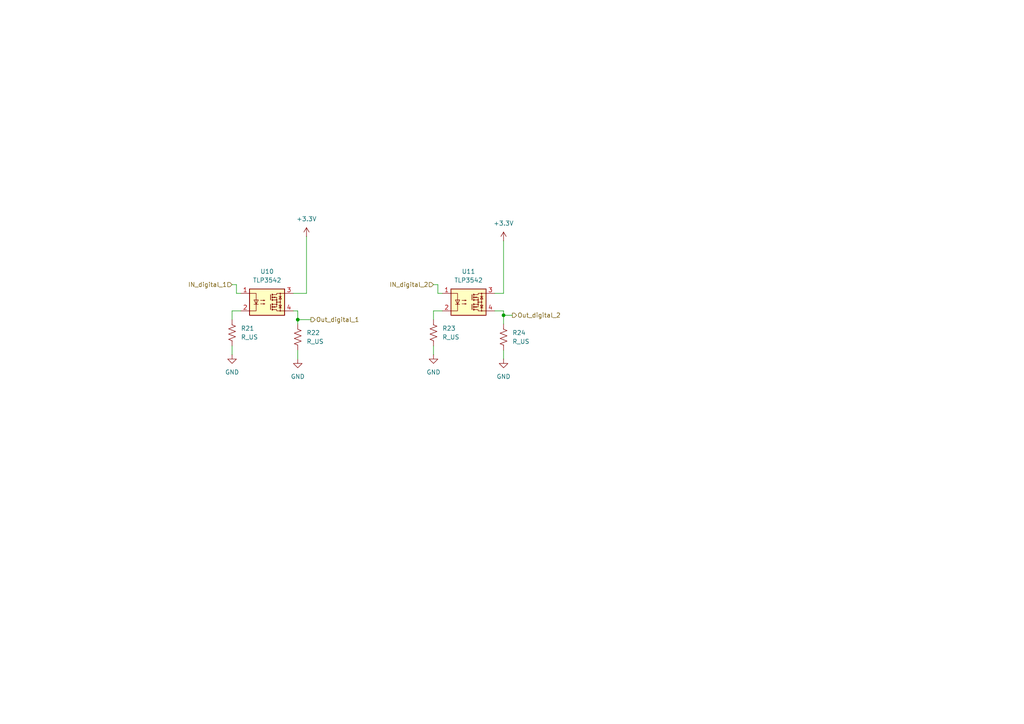
<source format=kicad_sch>
(kicad_sch
	(version 20250114)
	(generator "eeschema")
	(generator_version "9.0")
	(uuid "bc965983-ecd3-4360-b82c-6b4d211fc19c")
	(paper "A4")
	(lib_symbols
		(symbol "Device:R_US"
			(pin_numbers
				(hide yes)
			)
			(pin_names
				(offset 0)
			)
			(exclude_from_sim no)
			(in_bom yes)
			(on_board yes)
			(property "Reference" "R"
				(at 2.54 0 90)
				(effects
					(font
						(size 1.27 1.27)
					)
				)
			)
			(property "Value" "R_US"
				(at -2.54 0 90)
				(effects
					(font
						(size 1.27 1.27)
					)
				)
			)
			(property "Footprint" ""
				(at 1.016 -0.254 90)
				(effects
					(font
						(size 1.27 1.27)
					)
					(hide yes)
				)
			)
			(property "Datasheet" "~"
				(at 0 0 0)
				(effects
					(font
						(size 1.27 1.27)
					)
					(hide yes)
				)
			)
			(property "Description" "Resistor, US symbol"
				(at 0 0 0)
				(effects
					(font
						(size 1.27 1.27)
					)
					(hide yes)
				)
			)
			(property "ki_keywords" "R res resistor"
				(at 0 0 0)
				(effects
					(font
						(size 1.27 1.27)
					)
					(hide yes)
				)
			)
			(property "ki_fp_filters" "R_*"
				(at 0 0 0)
				(effects
					(font
						(size 1.27 1.27)
					)
					(hide yes)
				)
			)
			(symbol "R_US_0_1"
				(polyline
					(pts
						(xy 0 2.286) (xy 0 2.54)
					)
					(stroke
						(width 0)
						(type default)
					)
					(fill
						(type none)
					)
				)
				(polyline
					(pts
						(xy 0 2.286) (xy 1.016 1.905) (xy 0 1.524) (xy -1.016 1.143) (xy 0 0.762)
					)
					(stroke
						(width 0)
						(type default)
					)
					(fill
						(type none)
					)
				)
				(polyline
					(pts
						(xy 0 0.762) (xy 1.016 0.381) (xy 0 0) (xy -1.016 -0.381) (xy 0 -0.762)
					)
					(stroke
						(width 0)
						(type default)
					)
					(fill
						(type none)
					)
				)
				(polyline
					(pts
						(xy 0 -0.762) (xy 1.016 -1.143) (xy 0 -1.524) (xy -1.016 -1.905) (xy 0 -2.286)
					)
					(stroke
						(width 0)
						(type default)
					)
					(fill
						(type none)
					)
				)
				(polyline
					(pts
						(xy 0 -2.286) (xy 0 -2.54)
					)
					(stroke
						(width 0)
						(type default)
					)
					(fill
						(type none)
					)
				)
			)
			(symbol "R_US_1_1"
				(pin passive line
					(at 0 3.81 270)
					(length 1.27)
					(name "~"
						(effects
							(font
								(size 1.27 1.27)
							)
						)
					)
					(number "1"
						(effects
							(font
								(size 1.27 1.27)
							)
						)
					)
				)
				(pin passive line
					(at 0 -3.81 90)
					(length 1.27)
					(name "~"
						(effects
							(font
								(size 1.27 1.27)
							)
						)
					)
					(number "2"
						(effects
							(font
								(size 1.27 1.27)
							)
						)
					)
				)
			)
			(embedded_fonts no)
		)
		(symbol "TLP3542_1"
			(exclude_from_sim no)
			(in_bom yes)
			(on_board yes)
			(property "Reference" "U3"
				(at 0 8.89 0)
				(effects
					(font
						(size 1.27 1.27)
					)
				)
			)
			(property "Value" "TLP3542"
				(at 0 6.35 0)
				(effects
					(font
						(size 1.27 1.27)
					)
				)
			)
			(property "Footprint" "Package_SO:SOP-4_3.8x4.1mm_P2.54mm"
				(at 0 -7.62 0)
				(effects
					(font
						(size 1.27 1.27)
					)
					(hide yes)
				)
			)
			(property "Datasheet" "https://toshiba.semicon-storage.com/info/docget.jsp?did=1284&prodName=TLP3542"
				(at 0 0 0)
				(effects
					(font
						(size 1.27 1.27)
					)
					(hide yes)
				)
			)
			(property "Description" "Photo MOSFET optically coupled, ON 4A, 50mohm, OFF state 20V, Isolation 2500 VRMS, DIP-5-6"
				(at 0 0 0)
				(effects
					(font
						(size 1.27 1.27)
					)
					(hide yes)
				)
			)
			(property "ki_keywords" "photocouplers photorelay solidstate relay normally opened (1-Form-A)"
				(at 0 0 0)
				(effects
					(font
						(size 1.27 1.27)
					)
					(hide yes)
				)
			)
			(property "ki_fp_filters" "DIP*W7.62mm*"
				(at 0 0 0)
				(effects
					(font
						(size 1.27 1.27)
					)
					(hide yes)
				)
			)
			(symbol "TLP3542_1_0_1"
				(rectangle
					(start -5.08 3.81)
					(end 5.08 -3.81)
					(stroke
						(width 0.254)
						(type default)
					)
					(fill
						(type background)
					)
				)
				(polyline
					(pts
						(xy -5.08 2.54) (xy -3.175 2.54) (xy -3.175 -2.54) (xy -5.08 -2.54)
					)
					(stroke
						(width 0)
						(type default)
					)
					(fill
						(type none)
					)
				)
				(polyline
					(pts
						(xy -3.81 -0.635) (xy -2.54 -0.635)
					)
					(stroke
						(width 0)
						(type default)
					)
					(fill
						(type none)
					)
				)
				(polyline
					(pts
						(xy -3.175 -0.635) (xy -3.81 0.635) (xy -2.54 0.635) (xy -3.175 -0.635)
					)
					(stroke
						(width 0)
						(type default)
					)
					(fill
						(type none)
					)
				)
				(polyline
					(pts
						(xy -1.905 0.508) (xy -0.635 0.508) (xy -1.016 0.381) (xy -1.016 0.635) (xy -0.635 0.508)
					)
					(stroke
						(width 0)
						(type default)
					)
					(fill
						(type none)
					)
				)
				(polyline
					(pts
						(xy -1.905 -0.508) (xy -0.635 -0.508) (xy -1.016 -0.635) (xy -1.016 -0.381) (xy -0.635 -0.508)
					)
					(stroke
						(width 0)
						(type default)
					)
					(fill
						(type none)
					)
				)
				(polyline
					(pts
						(xy 1.016 2.159) (xy 1.016 0.635)
					)
					(stroke
						(width 0.2032)
						(type default)
					)
					(fill
						(type none)
					)
				)
				(polyline
					(pts
						(xy 1.016 -0.635) (xy 1.016 -2.159)
					)
					(stroke
						(width 0.2032)
						(type default)
					)
					(fill
						(type none)
					)
				)
				(polyline
					(pts
						(xy 1.524 2.286) (xy 1.524 2.032) (xy 1.524 2.032)
					)
					(stroke
						(width 0.3556)
						(type default)
					)
					(fill
						(type none)
					)
				)
				(polyline
					(pts
						(xy 1.524 1.524) (xy 1.524 1.27) (xy 1.524 1.27)
					)
					(stroke
						(width 0.3556)
						(type default)
					)
					(fill
						(type none)
					)
				)
				(polyline
					(pts
						(xy 1.524 0.762) (xy 1.524 0.508) (xy 1.524 0.508)
					)
					(stroke
						(width 0.3556)
						(type default)
					)
					(fill
						(type none)
					)
				)
				(polyline
					(pts
						(xy 1.524 -0.508) (xy 1.524 -0.762)
					)
					(stroke
						(width 0.3556)
						(type default)
					)
					(fill
						(type none)
					)
				)
				(polyline
					(pts
						(xy 1.524 -1.27) (xy 1.524 -1.524) (xy 1.524 -1.524)
					)
					(stroke
						(width 0.3556)
						(type default)
					)
					(fill
						(type none)
					)
				)
				(polyline
					(pts
						(xy 1.524 -2.032) (xy 1.524 -2.286) (xy 1.524 -2.286)
					)
					(stroke
						(width 0.3556)
						(type default)
					)
					(fill
						(type none)
					)
				)
				(polyline
					(pts
						(xy 1.651 2.159) (xy 2.794 2.159) (xy 2.794 2.54) (xy 5.08 2.54)
					)
					(stroke
						(width 0)
						(type default)
					)
					(fill
						(type none)
					)
				)
				(polyline
					(pts
						(xy 1.651 1.397) (xy 2.794 1.397) (xy 2.794 0.635)
					)
					(stroke
						(width 0)
						(type default)
					)
					(fill
						(type none)
					)
				)
				(polyline
					(pts
						(xy 1.651 -0.635) (xy 2.794 -0.635) (xy 2.794 0.635) (xy 1.651 0.635)
					)
					(stroke
						(width 0)
						(type default)
					)
					(fill
						(type none)
					)
				)
				(polyline
					(pts
						(xy 1.651 -1.397) (xy 2.794 -1.397) (xy 2.794 -0.635)
					)
					(stroke
						(width 0)
						(type default)
					)
					(fill
						(type none)
					)
				)
				(polyline
					(pts
						(xy 1.651 -2.159) (xy 2.794 -2.159) (xy 2.794 -2.54) (xy 5.08 -2.54)
					)
					(stroke
						(width 0)
						(type default)
					)
					(fill
						(type none)
					)
				)
				(polyline
					(pts
						(xy 1.778 1.397) (xy 2.286 1.524) (xy 2.286 1.27) (xy 1.778 1.397)
					)
					(stroke
						(width 0)
						(type default)
					)
					(fill
						(type none)
					)
				)
				(polyline
					(pts
						(xy 1.778 -1.397) (xy 2.286 -1.27) (xy 2.286 -1.524) (xy 1.778 -1.397)
					)
					(stroke
						(width 0)
						(type default)
					)
					(fill
						(type none)
					)
				)
				(circle
					(center 2.794 0.635)
					(radius 0.127)
					(stroke
						(width 0)
						(type default)
					)
					(fill
						(type none)
					)
				)
				(polyline
					(pts
						(xy 2.794 0) (xy 3.81 0)
					)
					(stroke
						(width 0)
						(type default)
					)
					(fill
						(type none)
					)
				)
				(circle
					(center 2.794 0)
					(radius 0.127)
					(stroke
						(width 0)
						(type default)
					)
					(fill
						(type none)
					)
				)
				(circle
					(center 2.794 -0.635)
					(radius 0.127)
					(stroke
						(width 0)
						(type default)
					)
					(fill
						(type none)
					)
				)
				(polyline
					(pts
						(xy 3.429 1.651) (xy 4.191 1.651)
					)
					(stroke
						(width 0)
						(type default)
					)
					(fill
						(type none)
					)
				)
				(polyline
					(pts
						(xy 3.429 -1.651) (xy 4.191 -1.651)
					)
					(stroke
						(width 0)
						(type default)
					)
					(fill
						(type none)
					)
				)
				(circle
					(center 3.81 2.54)
					(radius 0.127)
					(stroke
						(width 0)
						(type default)
					)
					(fill
						(type none)
					)
				)
				(polyline
					(pts
						(xy 3.81 1.651) (xy 3.429 0.889) (xy 4.191 0.889) (xy 3.81 1.651)
					)
					(stroke
						(width 0)
						(type default)
					)
					(fill
						(type none)
					)
				)
				(circle
					(center 3.81 0)
					(radius 0.127)
					(stroke
						(width 0)
						(type default)
					)
					(fill
						(type none)
					)
				)
				(polyline
					(pts
						(xy 3.81 -1.651) (xy 3.429 -0.889) (xy 4.191 -0.889) (xy 3.81 -1.651)
					)
					(stroke
						(width 0)
						(type default)
					)
					(fill
						(type none)
					)
				)
				(polyline
					(pts
						(xy 3.81 -2.54) (xy 3.81 2.54)
					)
					(stroke
						(width 0)
						(type default)
					)
					(fill
						(type none)
					)
				)
				(circle
					(center 3.81 -2.54)
					(radius 0.127)
					(stroke
						(width 0)
						(type default)
					)
					(fill
						(type none)
					)
				)
			)
			(symbol "TLP3542_1_1_1"
				(pin passive line
					(at -7.62 2.54 0)
					(length 2.54)
					(name "~"
						(effects
							(font
								(size 1.27 1.27)
							)
						)
					)
					(number "1"
						(effects
							(font
								(size 1.27 1.27)
							)
						)
					)
				)
				(pin passive line
					(at -7.62 -2.54 0)
					(length 2.54)
					(name "~"
						(effects
							(font
								(size 1.27 1.27)
							)
						)
					)
					(number "2"
						(effects
							(font
								(size 1.27 1.27)
							)
						)
					)
				)
				(pin no_connect line
					(at -5.08 0 0)
					(length 2.54)
					(hide yes)
					(name "~"
						(effects
							(font
								(size 1.27 1.27)
							)
						)
					)
					(number "3"
						(effects
							(font
								(size 1.27 1.27)
							)
						)
					)
				)
				(pin passive line
					(at 7.62 2.54 180)
					(length 2.54)
					(name "~"
						(effects
							(font
								(size 1.27 1.27)
							)
						)
					)
					(number "3"
						(effects
							(font
								(size 1.27 1.27)
							)
						)
					)
				)
				(pin passive line
					(at 7.62 -2.54 180)
					(length 2.54)
					(name "~"
						(effects
							(font
								(size 1.27 1.27)
							)
						)
					)
					(number "4"
						(effects
							(font
								(size 1.27 1.27)
							)
						)
					)
				)
			)
			(embedded_fonts no)
		)
		(symbol "TLP3542_2"
			(exclude_from_sim no)
			(in_bom yes)
			(on_board yes)
			(property "Reference" "U3"
				(at 0 8.89 0)
				(effects
					(font
						(size 1.27 1.27)
					)
				)
			)
			(property "Value" "TLP3542"
				(at 0 6.35 0)
				(effects
					(font
						(size 1.27 1.27)
					)
				)
			)
			(property "Footprint" "Package_SO:SOP-4_3.8x4.1mm_P2.54mm"
				(at 0 -7.62 0)
				(effects
					(font
						(size 1.27 1.27)
					)
					(hide yes)
				)
			)
			(property "Datasheet" "https://toshiba.semicon-storage.com/info/docget.jsp?did=1284&prodName=TLP3542"
				(at 0 0 0)
				(effects
					(font
						(size 1.27 1.27)
					)
					(hide yes)
				)
			)
			(property "Description" "Photo MOSFET optically coupled, ON 4A, 50mohm, OFF state 20V, Isolation 2500 VRMS, DIP-5-6"
				(at 0 0 0)
				(effects
					(font
						(size 1.27 1.27)
					)
					(hide yes)
				)
			)
			(property "ki_keywords" "photocouplers photorelay solidstate relay normally opened (1-Form-A)"
				(at 0 0 0)
				(effects
					(font
						(size 1.27 1.27)
					)
					(hide yes)
				)
			)
			(property "ki_fp_filters" "DIP*W7.62mm*"
				(at 0 0 0)
				(effects
					(font
						(size 1.27 1.27)
					)
					(hide yes)
				)
			)
			(symbol "TLP3542_2_0_1"
				(rectangle
					(start -5.08 3.81)
					(end 5.08 -3.81)
					(stroke
						(width 0.254)
						(type default)
					)
					(fill
						(type background)
					)
				)
				(polyline
					(pts
						(xy -5.08 2.54) (xy -3.175 2.54) (xy -3.175 -2.54) (xy -5.08 -2.54)
					)
					(stroke
						(width 0)
						(type default)
					)
					(fill
						(type none)
					)
				)
				(polyline
					(pts
						(xy -3.81 -0.635) (xy -2.54 -0.635)
					)
					(stroke
						(width 0)
						(type default)
					)
					(fill
						(type none)
					)
				)
				(polyline
					(pts
						(xy -3.175 -0.635) (xy -3.81 0.635) (xy -2.54 0.635) (xy -3.175 -0.635)
					)
					(stroke
						(width 0)
						(type default)
					)
					(fill
						(type none)
					)
				)
				(polyline
					(pts
						(xy -1.905 0.508) (xy -0.635 0.508) (xy -1.016 0.381) (xy -1.016 0.635) (xy -0.635 0.508)
					)
					(stroke
						(width 0)
						(type default)
					)
					(fill
						(type none)
					)
				)
				(polyline
					(pts
						(xy -1.905 -0.508) (xy -0.635 -0.508) (xy -1.016 -0.635) (xy -1.016 -0.381) (xy -0.635 -0.508)
					)
					(stroke
						(width 0)
						(type default)
					)
					(fill
						(type none)
					)
				)
				(polyline
					(pts
						(xy 1.016 2.159) (xy 1.016 0.635)
					)
					(stroke
						(width 0.2032)
						(type default)
					)
					(fill
						(type none)
					)
				)
				(polyline
					(pts
						(xy 1.016 -0.635) (xy 1.016 -2.159)
					)
					(stroke
						(width 0.2032)
						(type default)
					)
					(fill
						(type none)
					)
				)
				(polyline
					(pts
						(xy 1.524 2.286) (xy 1.524 2.032) (xy 1.524 2.032)
					)
					(stroke
						(width 0.3556)
						(type default)
					)
					(fill
						(type none)
					)
				)
				(polyline
					(pts
						(xy 1.524 1.524) (xy 1.524 1.27) (xy 1.524 1.27)
					)
					(stroke
						(width 0.3556)
						(type default)
					)
					(fill
						(type none)
					)
				)
				(polyline
					(pts
						(xy 1.524 0.762) (xy 1.524 0.508) (xy 1.524 0.508)
					)
					(stroke
						(width 0.3556)
						(type default)
					)
					(fill
						(type none)
					)
				)
				(polyline
					(pts
						(xy 1.524 -0.508) (xy 1.524 -0.762)
					)
					(stroke
						(width 0.3556)
						(type default)
					)
					(fill
						(type none)
					)
				)
				(polyline
					(pts
						(xy 1.524 -1.27) (xy 1.524 -1.524) (xy 1.524 -1.524)
					)
					(stroke
						(width 0.3556)
						(type default)
					)
					(fill
						(type none)
					)
				)
				(polyline
					(pts
						(xy 1.524 -2.032) (xy 1.524 -2.286) (xy 1.524 -2.286)
					)
					(stroke
						(width 0.3556)
						(type default)
					)
					(fill
						(type none)
					)
				)
				(polyline
					(pts
						(xy 1.651 2.159) (xy 2.794 2.159) (xy 2.794 2.54) (xy 5.08 2.54)
					)
					(stroke
						(width 0)
						(type default)
					)
					(fill
						(type none)
					)
				)
				(polyline
					(pts
						(xy 1.651 1.397) (xy 2.794 1.397) (xy 2.794 0.635)
					)
					(stroke
						(width 0)
						(type default)
					)
					(fill
						(type none)
					)
				)
				(polyline
					(pts
						(xy 1.651 -0.635) (xy 2.794 -0.635) (xy 2.794 0.635) (xy 1.651 0.635)
					)
					(stroke
						(width 0)
						(type default)
					)
					(fill
						(type none)
					)
				)
				(polyline
					(pts
						(xy 1.651 -1.397) (xy 2.794 -1.397) (xy 2.794 -0.635)
					)
					(stroke
						(width 0)
						(type default)
					)
					(fill
						(type none)
					)
				)
				(polyline
					(pts
						(xy 1.651 -2.159) (xy 2.794 -2.159) (xy 2.794 -2.54) (xy 5.08 -2.54)
					)
					(stroke
						(width 0)
						(type default)
					)
					(fill
						(type none)
					)
				)
				(polyline
					(pts
						(xy 1.778 1.397) (xy 2.286 1.524) (xy 2.286 1.27) (xy 1.778 1.397)
					)
					(stroke
						(width 0)
						(type default)
					)
					(fill
						(type none)
					)
				)
				(polyline
					(pts
						(xy 1.778 -1.397) (xy 2.286 -1.27) (xy 2.286 -1.524) (xy 1.778 -1.397)
					)
					(stroke
						(width 0)
						(type default)
					)
					(fill
						(type none)
					)
				)
				(circle
					(center 2.794 0.635)
					(radius 0.127)
					(stroke
						(width 0)
						(type default)
					)
					(fill
						(type none)
					)
				)
				(polyline
					(pts
						(xy 2.794 0) (xy 3.81 0)
					)
					(stroke
						(width 0)
						(type default)
					)
					(fill
						(type none)
					)
				)
				(circle
					(center 2.794 0)
					(radius 0.127)
					(stroke
						(width 0)
						(type default)
					)
					(fill
						(type none)
					)
				)
				(circle
					(center 2.794 -0.635)
					(radius 0.127)
					(stroke
						(width 0)
						(type default)
					)
					(fill
						(type none)
					)
				)
				(polyline
					(pts
						(xy 3.429 1.651) (xy 4.191 1.651)
					)
					(stroke
						(width 0)
						(type default)
					)
					(fill
						(type none)
					)
				)
				(polyline
					(pts
						(xy 3.429 -1.651) (xy 4.191 -1.651)
					)
					(stroke
						(width 0)
						(type default)
					)
					(fill
						(type none)
					)
				)
				(circle
					(center 3.81 2.54)
					(radius 0.127)
					(stroke
						(width 0)
						(type default)
					)
					(fill
						(type none)
					)
				)
				(polyline
					(pts
						(xy 3.81 1.651) (xy 3.429 0.889) (xy 4.191 0.889) (xy 3.81 1.651)
					)
					(stroke
						(width 0)
						(type default)
					)
					(fill
						(type none)
					)
				)
				(circle
					(center 3.81 0)
					(radius 0.127)
					(stroke
						(width 0)
						(type default)
					)
					(fill
						(type none)
					)
				)
				(polyline
					(pts
						(xy 3.81 -1.651) (xy 3.429 -0.889) (xy 4.191 -0.889) (xy 3.81 -1.651)
					)
					(stroke
						(width 0)
						(type default)
					)
					(fill
						(type none)
					)
				)
				(polyline
					(pts
						(xy 3.81 -2.54) (xy 3.81 2.54)
					)
					(stroke
						(width 0)
						(type default)
					)
					(fill
						(type none)
					)
				)
				(circle
					(center 3.81 -2.54)
					(radius 0.127)
					(stroke
						(width 0)
						(type default)
					)
					(fill
						(type none)
					)
				)
			)
			(symbol "TLP3542_2_1_1"
				(pin passive line
					(at -7.62 2.54 0)
					(length 2.54)
					(name "~"
						(effects
							(font
								(size 1.27 1.27)
							)
						)
					)
					(number "1"
						(effects
							(font
								(size 1.27 1.27)
							)
						)
					)
				)
				(pin passive line
					(at -7.62 -2.54 0)
					(length 2.54)
					(name "~"
						(effects
							(font
								(size 1.27 1.27)
							)
						)
					)
					(number "2"
						(effects
							(font
								(size 1.27 1.27)
							)
						)
					)
				)
				(pin no_connect line
					(at -5.08 0 0)
					(length 2.54)
					(hide yes)
					(name "~"
						(effects
							(font
								(size 1.27 1.27)
							)
						)
					)
					(number "3"
						(effects
							(font
								(size 1.27 1.27)
							)
						)
					)
				)
				(pin passive line
					(at 7.62 2.54 180)
					(length 2.54)
					(name "~"
						(effects
							(font
								(size 1.27 1.27)
							)
						)
					)
					(number "3"
						(effects
							(font
								(size 1.27 1.27)
							)
						)
					)
				)
				(pin passive line
					(at 7.62 -2.54 180)
					(length 2.54)
					(name "~"
						(effects
							(font
								(size 1.27 1.27)
							)
						)
					)
					(number "4"
						(effects
							(font
								(size 1.27 1.27)
							)
						)
					)
				)
			)
			(embedded_fonts no)
		)
		(symbol "power:+3.3V"
			(power)
			(pin_numbers
				(hide yes)
			)
			(pin_names
				(offset 0)
				(hide yes)
			)
			(exclude_from_sim no)
			(in_bom yes)
			(on_board yes)
			(property "Reference" "#PWR"
				(at 0 -3.81 0)
				(effects
					(font
						(size 1.27 1.27)
					)
					(hide yes)
				)
			)
			(property "Value" "+3.3V"
				(at 0 3.556 0)
				(effects
					(font
						(size 1.27 1.27)
					)
				)
			)
			(property "Footprint" ""
				(at 0 0 0)
				(effects
					(font
						(size 1.27 1.27)
					)
					(hide yes)
				)
			)
			(property "Datasheet" ""
				(at 0 0 0)
				(effects
					(font
						(size 1.27 1.27)
					)
					(hide yes)
				)
			)
			(property "Description" "Power symbol creates a global label with name \"+3.3V\""
				(at 0 0 0)
				(effects
					(font
						(size 1.27 1.27)
					)
					(hide yes)
				)
			)
			(property "ki_keywords" "global power"
				(at 0 0 0)
				(effects
					(font
						(size 1.27 1.27)
					)
					(hide yes)
				)
			)
			(symbol "+3.3V_0_1"
				(polyline
					(pts
						(xy -0.762 1.27) (xy 0 2.54)
					)
					(stroke
						(width 0)
						(type default)
					)
					(fill
						(type none)
					)
				)
				(polyline
					(pts
						(xy 0 2.54) (xy 0.762 1.27)
					)
					(stroke
						(width 0)
						(type default)
					)
					(fill
						(type none)
					)
				)
				(polyline
					(pts
						(xy 0 0) (xy 0 2.54)
					)
					(stroke
						(width 0)
						(type default)
					)
					(fill
						(type none)
					)
				)
			)
			(symbol "+3.3V_1_1"
				(pin power_in line
					(at 0 0 90)
					(length 0)
					(name "~"
						(effects
							(font
								(size 1.27 1.27)
							)
						)
					)
					(number "1"
						(effects
							(font
								(size 1.27 1.27)
							)
						)
					)
				)
			)
			(embedded_fonts no)
		)
		(symbol "power:GND"
			(power)
			(pin_numbers
				(hide yes)
			)
			(pin_names
				(offset 0)
				(hide yes)
			)
			(exclude_from_sim no)
			(in_bom yes)
			(on_board yes)
			(property "Reference" "#PWR"
				(at 0 -6.35 0)
				(effects
					(font
						(size 1.27 1.27)
					)
					(hide yes)
				)
			)
			(property "Value" "GND"
				(at 0 -3.81 0)
				(effects
					(font
						(size 1.27 1.27)
					)
				)
			)
			(property "Footprint" ""
				(at 0 0 0)
				(effects
					(font
						(size 1.27 1.27)
					)
					(hide yes)
				)
			)
			(property "Datasheet" ""
				(at 0 0 0)
				(effects
					(font
						(size 1.27 1.27)
					)
					(hide yes)
				)
			)
			(property "Description" "Power symbol creates a global label with name \"GND\" , ground"
				(at 0 0 0)
				(effects
					(font
						(size 1.27 1.27)
					)
					(hide yes)
				)
			)
			(property "ki_keywords" "global power"
				(at 0 0 0)
				(effects
					(font
						(size 1.27 1.27)
					)
					(hide yes)
				)
			)
			(symbol "GND_0_1"
				(polyline
					(pts
						(xy 0 0) (xy 0 -1.27) (xy 1.27 -1.27) (xy 0 -2.54) (xy -1.27 -1.27) (xy 0 -1.27)
					)
					(stroke
						(width 0)
						(type default)
					)
					(fill
						(type none)
					)
				)
			)
			(symbol "GND_1_1"
				(pin power_in line
					(at 0 0 270)
					(length 0)
					(name "~"
						(effects
							(font
								(size 1.27 1.27)
							)
						)
					)
					(number "1"
						(effects
							(font
								(size 1.27 1.27)
							)
						)
					)
				)
			)
			(embedded_fonts no)
		)
	)
	(junction
		(at 146.05 91.44)
		(diameter 0)
		(color 0 0 0 0)
		(uuid "91f25a4d-1d5f-45f9-9dde-232fd1b303df")
	)
	(junction
		(at 86.36 92.71)
		(diameter 0)
		(color 0 0 0 0)
		(uuid "efcc1aac-a562-4853-ab88-6fbd3e980274")
	)
	(wire
		(pts
			(xy 68.58 85.09) (xy 68.58 82.55)
		)
		(stroke
			(width 0)
			(type default)
		)
		(uuid "02ca302a-d54c-42d7-86bd-d90cd6f9efd6")
	)
	(wire
		(pts
			(xy 69.85 90.17) (xy 67.31 90.17)
		)
		(stroke
			(width 0)
			(type default)
		)
		(uuid "039e583a-4ffa-4d0f-b698-b3cd295bdabb")
	)
	(wire
		(pts
			(xy 67.31 90.17) (xy 67.31 92.71)
		)
		(stroke
			(width 0)
			(type default)
		)
		(uuid "0bd21abf-4ad8-4b23-84b8-1b6d66dd344a")
	)
	(wire
		(pts
			(xy 127 85.09) (xy 128.27 85.09)
		)
		(stroke
			(width 0)
			(type default)
		)
		(uuid "0dbf4d0b-74ba-4b6b-aa6f-3fef2f4b3d2d")
	)
	(wire
		(pts
			(xy 146.05 91.44) (xy 148.59 91.44)
		)
		(stroke
			(width 0)
			(type default)
		)
		(uuid "1b515552-3999-44e7-bf60-47fbce9b0333")
	)
	(wire
		(pts
			(xy 146.05 101.6) (xy 146.05 104.14)
		)
		(stroke
			(width 0)
			(type default)
		)
		(uuid "1b546afb-afd9-418b-bbb9-46cc57c9ba4c")
	)
	(wire
		(pts
			(xy 86.36 90.17) (xy 85.09 90.17)
		)
		(stroke
			(width 0)
			(type default)
		)
		(uuid "2f9ff5d3-8a04-4d59-8105-21c33453a184")
	)
	(wire
		(pts
			(xy 127 82.55) (xy 125.73 82.55)
		)
		(stroke
			(width 0)
			(type default)
		)
		(uuid "31ee3315-95f6-4edd-b909-82362189a092")
	)
	(wire
		(pts
			(xy 143.51 85.09) (xy 146.05 85.09)
		)
		(stroke
			(width 0)
			(type default)
		)
		(uuid "3868db55-4101-4323-98b9-b5ba62543bae")
	)
	(wire
		(pts
			(xy 146.05 91.44) (xy 146.05 93.98)
		)
		(stroke
			(width 0)
			(type default)
		)
		(uuid "39007a92-9e8e-4ac9-ab56-d5af4713787a")
	)
	(wire
		(pts
			(xy 90.17 92.71) (xy 86.36 92.71)
		)
		(stroke
			(width 0)
			(type default)
		)
		(uuid "3a1281e6-a523-4913-9f01-c6639d13d188")
	)
	(wire
		(pts
			(xy 68.58 85.09) (xy 69.85 85.09)
		)
		(stroke
			(width 0)
			(type default)
		)
		(uuid "4039276a-7739-43e3-a9e3-134c49c8c693")
	)
	(wire
		(pts
			(xy 67.31 100.33) (xy 67.31 102.87)
		)
		(stroke
			(width 0)
			(type default)
		)
		(uuid "4eeaa5f6-3547-4eb3-8404-9187a48a8b81")
	)
	(wire
		(pts
			(xy 127 85.09) (xy 127 82.55)
		)
		(stroke
			(width 0)
			(type default)
		)
		(uuid "5b6e3307-0e70-4685-b153-9c8205ac7977")
	)
	(wire
		(pts
			(xy 68.58 82.55) (xy 67.31 82.55)
		)
		(stroke
			(width 0)
			(type default)
		)
		(uuid "5fe17041-90a7-4bd1-8658-4f3566852975")
	)
	(wire
		(pts
			(xy 86.36 92.71) (xy 86.36 93.98)
		)
		(stroke
			(width 0)
			(type default)
		)
		(uuid "623601a4-f2ef-4afb-a6be-052ccaa2dd4d")
	)
	(wire
		(pts
			(xy 88.9 68.58) (xy 88.9 85.09)
		)
		(stroke
			(width 0)
			(type default)
		)
		(uuid "972615e1-f9ed-482d-9b08-87bb1beffc12")
	)
	(wire
		(pts
			(xy 88.9 85.09) (xy 85.09 85.09)
		)
		(stroke
			(width 0)
			(type default)
		)
		(uuid "98cc917f-8ff8-461f-a64a-b2e882eb0683")
	)
	(wire
		(pts
			(xy 146.05 69.85) (xy 146.05 85.09)
		)
		(stroke
			(width 0)
			(type default)
		)
		(uuid "bc92c04a-cae6-41bc-a041-85999cbf8dc3")
	)
	(wire
		(pts
			(xy 146.05 90.17) (xy 143.51 90.17)
		)
		(stroke
			(width 0)
			(type default)
		)
		(uuid "cbd3117b-4aa0-4dd1-a9f9-2ece54239283")
	)
	(wire
		(pts
			(xy 146.05 90.17) (xy 146.05 91.44)
		)
		(stroke
			(width 0)
			(type default)
		)
		(uuid "cc621a0f-e04f-4009-8d1b-f836b6e211c1")
	)
	(wire
		(pts
			(xy 86.36 92.71) (xy 86.36 90.17)
		)
		(stroke
			(width 0)
			(type default)
		)
		(uuid "d38c2879-4e99-4b89-9917-af06a5dba29f")
	)
	(wire
		(pts
			(xy 128.27 90.17) (xy 125.73 90.17)
		)
		(stroke
			(width 0)
			(type default)
		)
		(uuid "e93ca5bc-9aef-45cb-9145-38a791412c13")
	)
	(wire
		(pts
			(xy 125.73 100.33) (xy 125.73 102.87)
		)
		(stroke
			(width 0)
			(type default)
		)
		(uuid "eb876fe5-3232-4494-80b2-9a8c5989a48c")
	)
	(wire
		(pts
			(xy 86.36 101.6) (xy 86.36 104.14)
		)
		(stroke
			(width 0)
			(type default)
		)
		(uuid "f0e00c6c-b416-4cd9-a443-4a57747c266c")
	)
	(wire
		(pts
			(xy 125.73 90.17) (xy 125.73 92.71)
		)
		(stroke
			(width 0)
			(type default)
		)
		(uuid "fbaa9e83-4a03-41ea-b27f-93b842e747d9")
	)
	(hierarchical_label "IN_digital_2"
		(shape input)
		(at 125.73 82.55 180)
		(effects
			(font
				(size 1.27 1.27)
			)
			(justify right)
		)
		(uuid "06dfb357-110e-42fc-996f-4476e905cdbf")
	)
	(hierarchical_label "IN_digital_1"
		(shape input)
		(at 67.31 82.55 180)
		(effects
			(font
				(size 1.27 1.27)
			)
			(justify right)
		)
		(uuid "489be755-8bd2-49a7-8ae1-63cae46890f5")
	)
	(hierarchical_label "Out_digital_2"
		(shape output)
		(at 148.59 91.44 0)
		(effects
			(font
				(size 1.27 1.27)
			)
			(justify left)
		)
		(uuid "5a2e8881-c3e4-465f-b6e2-efe83f9a4ceb")
	)
	(hierarchical_label "Out_digital_1"
		(shape output)
		(at 90.17 92.71 0)
		(effects
			(font
				(size 1.27 1.27)
			)
			(justify left)
		)
		(uuid "6b190943-5f8f-4f98-8266-17a064e7669e")
	)
	(symbol
		(lib_id "Device:R_US")
		(at 125.73 96.52 0)
		(unit 1)
		(exclude_from_sim no)
		(in_bom yes)
		(on_board yes)
		(dnp no)
		(fields_autoplaced yes)
		(uuid "12fff364-49bf-4372-aa99-1cec9a38eee6")
		(property "Reference" "R23"
			(at 128.27 95.2499 0)
			(effects
				(font
					(size 1.27 1.27)
				)
				(justify left)
			)
		)
		(property "Value" "R_US"
			(at 128.27 97.7899 0)
			(effects
				(font
					(size 1.27 1.27)
				)
				(justify left)
			)
		)
		(property "Footprint" "Resistor_SMD:R_0603_1608Metric"
			(at 126.746 96.774 90)
			(effects
				(font
					(size 1.27 1.27)
				)
				(hide yes)
			)
		)
		(property "Datasheet" "~"
			(at 125.73 96.52 0)
			(effects
				(font
					(size 1.27 1.27)
				)
				(hide yes)
			)
		)
		(property "Description" "Resistor, US symbol"
			(at 125.73 96.52 0)
			(effects
				(font
					(size 1.27 1.27)
				)
				(hide yes)
			)
		)
		(pin "2"
			(uuid "fa9d382e-6f7a-49a1-87df-d2140472815d")
		)
		(pin "1"
			(uuid "bee08bc2-a376-48ca-afb7-90aaec185823")
		)
		(instances
			(project "ZorionX-Nivara"
				(path "/ae5c9891-8291-492e-8a61-8ac340267b67/d47eca49-96e4-4138-8979-47bb60019f67/3d176eaa-3676-41d3-89f3-29854437171e"
					(reference "R23")
					(unit 1)
				)
			)
		)
	)
	(symbol
		(lib_id "Device:R_US")
		(at 86.36 97.79 0)
		(unit 1)
		(exclude_from_sim no)
		(in_bom yes)
		(on_board yes)
		(dnp no)
		(fields_autoplaced yes)
		(uuid "3280a795-fd13-4c6a-b8af-fc7773546d7e")
		(property "Reference" "R22"
			(at 88.9 96.5199 0)
			(effects
				(font
					(size 1.27 1.27)
				)
				(justify left)
			)
		)
		(property "Value" "R_US"
			(at 88.9 99.0599 0)
			(effects
				(font
					(size 1.27 1.27)
				)
				(justify left)
			)
		)
		(property "Footprint" "Resistor_SMD:R_0603_1608Metric"
			(at 87.376 98.044 90)
			(effects
				(font
					(size 1.27 1.27)
				)
				(hide yes)
			)
		)
		(property "Datasheet" "~"
			(at 86.36 97.79 0)
			(effects
				(font
					(size 1.27 1.27)
				)
				(hide yes)
			)
		)
		(property "Description" "Resistor, US symbol"
			(at 86.36 97.79 0)
			(effects
				(font
					(size 1.27 1.27)
				)
				(hide yes)
			)
		)
		(pin "2"
			(uuid "bb412d9c-7e09-4247-b8e8-7fa913ba59df")
		)
		(pin "1"
			(uuid "35ce4a49-ee6a-4c23-8298-871866c4a578")
		)
		(instances
			(project "ZorionX-Nivara"
				(path "/ae5c9891-8291-492e-8a61-8ac340267b67/d47eca49-96e4-4138-8979-47bb60019f67/3d176eaa-3676-41d3-89f3-29854437171e"
					(reference "R22")
					(unit 1)
				)
			)
		)
	)
	(symbol
		(lib_name "TLP3542_2")
		(lib_id "Relay_SolidState:TLP3542")
		(at 135.89 87.63 0)
		(unit 1)
		(exclude_from_sim no)
		(in_bom yes)
		(on_board yes)
		(dnp no)
		(fields_autoplaced yes)
		(uuid "67c06e21-23ee-4ac9-a1f0-a91b898d3724")
		(property "Reference" "U11"
			(at 135.89 78.74 0)
			(effects
				(font
					(size 1.27 1.27)
				)
			)
		)
		(property "Value" "TLP3542"
			(at 135.89 81.28 0)
			(effects
				(font
					(size 1.27 1.27)
				)
			)
		)
		(property "Footprint" "Package_SO:SOP-4_3.8x4.1mm_P2.54mm"
			(at 135.89 95.25 0)
			(effects
				(font
					(size 1.27 1.27)
				)
				(hide yes)
			)
		)
		(property "Datasheet" "https://toshiba.semicon-storage.com/info/docget.jsp?did=1284&prodName=TLP3542"
			(at 135.89 87.63 0)
			(effects
				(font
					(size 1.27 1.27)
				)
				(hide yes)
			)
		)
		(property "Description" "Photo MOSFET optically coupled, ON 4A, 50mohm, OFF state 20V, Isolation 2500 VRMS, DIP-5-6"
			(at 135.89 87.63 0)
			(effects
				(font
					(size 1.27 1.27)
				)
				(hide yes)
			)
		)
		(pin "3"
			(uuid "3f15ba5b-3937-4be5-9750-b8de0850054c")
		)
		(pin "2"
			(uuid "c263e467-13fc-4365-82e7-d778f919db9e")
		)
		(pin "4"
			(uuid "952974b0-6dbd-4199-8f49-a8701455132c")
		)
		(pin "3"
			(uuid "d2fc7ea6-68ce-4fd1-b593-b642d3920c6d")
		)
		(pin "1"
			(uuid "13bc9851-ef85-4929-a691-d11537d34de9")
		)
		(instances
			(project "ZorionX-Nivara_V1.4"
				(path "/ae5c9891-8291-492e-8a61-8ac340267b67/d47eca49-96e4-4138-8979-47bb60019f67/3d176eaa-3676-41d3-89f3-29854437171e"
					(reference "U11")
					(unit 1)
				)
			)
		)
	)
	(symbol
		(lib_id "Device:R_US")
		(at 146.05 97.79 0)
		(unit 1)
		(exclude_from_sim no)
		(in_bom yes)
		(on_board yes)
		(dnp no)
		(fields_autoplaced yes)
		(uuid "6e8a5c97-fed4-435b-8c6f-70304971b77b")
		(property "Reference" "R24"
			(at 148.59 96.5199 0)
			(effects
				(font
					(size 1.27 1.27)
				)
				(justify left)
			)
		)
		(property "Value" "R_US"
			(at 148.59 99.0599 0)
			(effects
				(font
					(size 1.27 1.27)
				)
				(justify left)
			)
		)
		(property "Footprint" "Resistor_SMD:R_0603_1608Metric"
			(at 147.066 98.044 90)
			(effects
				(font
					(size 1.27 1.27)
				)
				(hide yes)
			)
		)
		(property "Datasheet" "~"
			(at 146.05 97.79 0)
			(effects
				(font
					(size 1.27 1.27)
				)
				(hide yes)
			)
		)
		(property "Description" "Resistor, US symbol"
			(at 146.05 97.79 0)
			(effects
				(font
					(size 1.27 1.27)
				)
				(hide yes)
			)
		)
		(pin "2"
			(uuid "e419a9ff-f3ff-4de2-b0cc-6256052b7c66")
		)
		(pin "1"
			(uuid "f26281e7-3cf8-4fa0-aa2a-bea4122d60df")
		)
		(instances
			(project "ZorionX-Nivara"
				(path "/ae5c9891-8291-492e-8a61-8ac340267b67/d47eca49-96e4-4138-8979-47bb60019f67/3d176eaa-3676-41d3-89f3-29854437171e"
					(reference "R24")
					(unit 1)
				)
			)
		)
	)
	(symbol
		(lib_id "power:GND")
		(at 86.36 104.14 0)
		(unit 1)
		(exclude_from_sim no)
		(in_bom yes)
		(on_board yes)
		(dnp no)
		(fields_autoplaced yes)
		(uuid "7fd340c6-e177-44de-8f50-45445c522e25")
		(property "Reference" "#PWR049"
			(at 86.36 110.49 0)
			(effects
				(font
					(size 1.27 1.27)
				)
				(hide yes)
			)
		)
		(property "Value" "GND"
			(at 86.36 109.22 0)
			(effects
				(font
					(size 1.27 1.27)
				)
			)
		)
		(property "Footprint" ""
			(at 86.36 104.14 0)
			(effects
				(font
					(size 1.27 1.27)
				)
				(hide yes)
			)
		)
		(property "Datasheet" ""
			(at 86.36 104.14 0)
			(effects
				(font
					(size 1.27 1.27)
				)
				(hide yes)
			)
		)
		(property "Description" "Power symbol creates a global label with name \"GND\" , ground"
			(at 86.36 104.14 0)
			(effects
				(font
					(size 1.27 1.27)
				)
				(hide yes)
			)
		)
		(pin "1"
			(uuid "88db2115-300c-4a98-ae12-d14f0ce7be9e")
		)
		(instances
			(project "ZorionX-Nivara"
				(path "/ae5c9891-8291-492e-8a61-8ac340267b67/d47eca49-96e4-4138-8979-47bb60019f67/3d176eaa-3676-41d3-89f3-29854437171e"
					(reference "#PWR049")
					(unit 1)
				)
			)
		)
	)
	(symbol
		(lib_id "power:GND")
		(at 67.31 102.87 0)
		(unit 1)
		(exclude_from_sim no)
		(in_bom yes)
		(on_board yes)
		(dnp no)
		(fields_autoplaced yes)
		(uuid "90651925-5e7c-400a-9127-651f748e5ea1")
		(property "Reference" "#PWR048"
			(at 67.31 109.22 0)
			(effects
				(font
					(size 1.27 1.27)
				)
				(hide yes)
			)
		)
		(property "Value" "GND"
			(at 67.31 107.95 0)
			(effects
				(font
					(size 1.27 1.27)
				)
			)
		)
		(property "Footprint" ""
			(at 67.31 102.87 0)
			(effects
				(font
					(size 1.27 1.27)
				)
				(hide yes)
			)
		)
		(property "Datasheet" ""
			(at 67.31 102.87 0)
			(effects
				(font
					(size 1.27 1.27)
				)
				(hide yes)
			)
		)
		(property "Description" "Power symbol creates a global label with name \"GND\" , ground"
			(at 67.31 102.87 0)
			(effects
				(font
					(size 1.27 1.27)
				)
				(hide yes)
			)
		)
		(pin "1"
			(uuid "db0bde06-744a-4656-9fe0-0df484ea8e8c")
		)
		(instances
			(project "ZorionX-Nivara"
				(path "/ae5c9891-8291-492e-8a61-8ac340267b67/d47eca49-96e4-4138-8979-47bb60019f67/3d176eaa-3676-41d3-89f3-29854437171e"
					(reference "#PWR048")
					(unit 1)
				)
			)
		)
	)
	(symbol
		(lib_id "power:+3.3V")
		(at 146.05 69.85 0)
		(unit 1)
		(exclude_from_sim no)
		(in_bom yes)
		(on_board yes)
		(dnp no)
		(fields_autoplaced yes)
		(uuid "a561292a-acec-4260-b78a-584d4bae5e17")
		(property "Reference" "#PWR052"
			(at 146.05 73.66 0)
			(effects
				(font
					(size 1.27 1.27)
				)
				(hide yes)
			)
		)
		(property "Value" "+3.3V"
			(at 146.05 64.77 0)
			(effects
				(font
					(size 1.27 1.27)
				)
			)
		)
		(property "Footprint" ""
			(at 146.05 69.85 0)
			(effects
				(font
					(size 1.27 1.27)
				)
				(hide yes)
			)
		)
		(property "Datasheet" ""
			(at 146.05 69.85 0)
			(effects
				(font
					(size 1.27 1.27)
				)
				(hide yes)
			)
		)
		(property "Description" "Power symbol creates a global label with name \"+3.3V\""
			(at 146.05 69.85 0)
			(effects
				(font
					(size 1.27 1.27)
				)
				(hide yes)
			)
		)
		(pin "1"
			(uuid "d1137aa7-6221-4e84-9542-7db90265131d")
		)
		(instances
			(project "ZorionX-Nivara_V1.4"
				(path "/ae5c9891-8291-492e-8a61-8ac340267b67/d47eca49-96e4-4138-8979-47bb60019f67/3d176eaa-3676-41d3-89f3-29854437171e"
					(reference "#PWR052")
					(unit 1)
				)
			)
		)
	)
	(symbol
		(lib_name "TLP3542_1")
		(lib_id "Relay_SolidState:TLP3542")
		(at 77.47 87.63 0)
		(unit 1)
		(exclude_from_sim no)
		(in_bom yes)
		(on_board yes)
		(dnp no)
		(fields_autoplaced yes)
		(uuid "a8897bf1-5762-4bbd-8c1a-f4d8d83c639b")
		(property "Reference" "U10"
			(at 77.47 78.74 0)
			(effects
				(font
					(size 1.27 1.27)
				)
			)
		)
		(property "Value" "TLP3542"
			(at 77.47 81.28 0)
			(effects
				(font
					(size 1.27 1.27)
				)
			)
		)
		(property "Footprint" "Package_SO:SOP-4_3.8x4.1mm_P2.54mm"
			(at 77.47 95.25 0)
			(effects
				(font
					(size 1.27 1.27)
				)
				(hide yes)
			)
		)
		(property "Datasheet" "https://toshiba.semicon-storage.com/info/docget.jsp?did=1284&prodName=TLP3542"
			(at 77.47 87.63 0)
			(effects
				(font
					(size 1.27 1.27)
				)
				(hide yes)
			)
		)
		(property "Description" "Photo MOSFET optically coupled, ON 4A, 50mohm, OFF state 20V, Isolation 2500 VRMS, DIP-5-6"
			(at 77.47 87.63 0)
			(effects
				(font
					(size 1.27 1.27)
				)
				(hide yes)
			)
		)
		(pin "3"
			(uuid "58cd0574-860e-46dc-89da-f8fa75eb424a")
		)
		(pin "2"
			(uuid "fa23d0fa-c396-450d-b948-59f8563afd5b")
		)
		(pin "4"
			(uuid "cfc17a56-259f-4069-9753-194b6dc06b75")
		)
		(pin "3"
			(uuid "2dc8fcb4-e3a3-436d-8823-1c136fcfd202")
		)
		(pin "1"
			(uuid "d04f41cb-3d54-4c1d-9632-6262676934a9")
		)
		(instances
			(project "ZorionX-Nivara_V1.4"
				(path "/ae5c9891-8291-492e-8a61-8ac340267b67/d47eca49-96e4-4138-8979-47bb60019f67/3d176eaa-3676-41d3-89f3-29854437171e"
					(reference "U10")
					(unit 1)
				)
			)
		)
	)
	(symbol
		(lib_id "power:+3.3V")
		(at 88.9 68.58 0)
		(unit 1)
		(exclude_from_sim no)
		(in_bom yes)
		(on_board yes)
		(dnp no)
		(fields_autoplaced yes)
		(uuid "b40583da-50eb-493f-b3d8-40dbe1790a42")
		(property "Reference" "#PWR050"
			(at 88.9 72.39 0)
			(effects
				(font
					(size 1.27 1.27)
				)
				(hide yes)
			)
		)
		(property "Value" "+3.3V"
			(at 88.9 63.5 0)
			(effects
				(font
					(size 1.27 1.27)
				)
			)
		)
		(property "Footprint" ""
			(at 88.9 68.58 0)
			(effects
				(font
					(size 1.27 1.27)
				)
				(hide yes)
			)
		)
		(property "Datasheet" ""
			(at 88.9 68.58 0)
			(effects
				(font
					(size 1.27 1.27)
				)
				(hide yes)
			)
		)
		(property "Description" "Power symbol creates a global label with name \"+3.3V\""
			(at 88.9 68.58 0)
			(effects
				(font
					(size 1.27 1.27)
				)
				(hide yes)
			)
		)
		(pin "1"
			(uuid "e25a4923-2452-4b03-be6d-c1ca7c0fdca5")
		)
		(instances
			(project "ZorionX-Nivara_V1.4"
				(path "/ae5c9891-8291-492e-8a61-8ac340267b67/d47eca49-96e4-4138-8979-47bb60019f67/3d176eaa-3676-41d3-89f3-29854437171e"
					(reference "#PWR050")
					(unit 1)
				)
			)
		)
	)
	(symbol
		(lib_id "power:GND")
		(at 146.05 104.14 0)
		(unit 1)
		(exclude_from_sim no)
		(in_bom yes)
		(on_board yes)
		(dnp no)
		(fields_autoplaced yes)
		(uuid "df98437a-2796-4455-a963-63190950046e")
		(property "Reference" "#PWR053"
			(at 146.05 110.49 0)
			(effects
				(font
					(size 1.27 1.27)
				)
				(hide yes)
			)
		)
		(property "Value" "GND"
			(at 146.05 109.22 0)
			(effects
				(font
					(size 1.27 1.27)
				)
			)
		)
		(property "Footprint" ""
			(at 146.05 104.14 0)
			(effects
				(font
					(size 1.27 1.27)
				)
				(hide yes)
			)
		)
		(property "Datasheet" ""
			(at 146.05 104.14 0)
			(effects
				(font
					(size 1.27 1.27)
				)
				(hide yes)
			)
		)
		(property "Description" "Power symbol creates a global label with name \"GND\" , ground"
			(at 146.05 104.14 0)
			(effects
				(font
					(size 1.27 1.27)
				)
				(hide yes)
			)
		)
		(pin "1"
			(uuid "c937cca2-21e0-45ec-a615-5240d6ea445b")
		)
		(instances
			(project "ZorionX-Nivara"
				(path "/ae5c9891-8291-492e-8a61-8ac340267b67/d47eca49-96e4-4138-8979-47bb60019f67/3d176eaa-3676-41d3-89f3-29854437171e"
					(reference "#PWR053")
					(unit 1)
				)
			)
		)
	)
	(symbol
		(lib_id "Device:R_US")
		(at 67.31 96.52 0)
		(unit 1)
		(exclude_from_sim no)
		(in_bom yes)
		(on_board yes)
		(dnp no)
		(fields_autoplaced yes)
		(uuid "e7c634c0-7046-4565-acf0-3dca067e7efb")
		(property "Reference" "R21"
			(at 69.85 95.2499 0)
			(effects
				(font
					(size 1.27 1.27)
				)
				(justify left)
			)
		)
		(property "Value" "R_US"
			(at 69.85 97.7899 0)
			(effects
				(font
					(size 1.27 1.27)
				)
				(justify left)
			)
		)
		(property "Footprint" "Resistor_SMD:R_0603_1608Metric"
			(at 68.326 96.774 90)
			(effects
				(font
					(size 1.27 1.27)
				)
				(hide yes)
			)
		)
		(property "Datasheet" "~"
			(at 67.31 96.52 0)
			(effects
				(font
					(size 1.27 1.27)
				)
				(hide yes)
			)
		)
		(property "Description" "Resistor, US symbol"
			(at 67.31 96.52 0)
			(effects
				(font
					(size 1.27 1.27)
				)
				(hide yes)
			)
		)
		(pin "2"
			(uuid "8c421577-dd20-4653-8cff-88a356e7bee6")
		)
		(pin "1"
			(uuid "0ca4beb2-2e15-4f22-b7e1-7af315b076a8")
		)
		(instances
			(project "ZorionX-Nivara"
				(path "/ae5c9891-8291-492e-8a61-8ac340267b67/d47eca49-96e4-4138-8979-47bb60019f67/3d176eaa-3676-41d3-89f3-29854437171e"
					(reference "R21")
					(unit 1)
				)
			)
		)
	)
	(symbol
		(lib_id "power:GND")
		(at 125.73 102.87 0)
		(unit 1)
		(exclude_from_sim no)
		(in_bom yes)
		(on_board yes)
		(dnp no)
		(fields_autoplaced yes)
		(uuid "f4f990ea-6042-4335-b197-ff028038e6d6")
		(property "Reference" "#PWR051"
			(at 125.73 109.22 0)
			(effects
				(font
					(size 1.27 1.27)
				)
				(hide yes)
			)
		)
		(property "Value" "GND"
			(at 125.73 107.95 0)
			(effects
				(font
					(size 1.27 1.27)
				)
			)
		)
		(property "Footprint" ""
			(at 125.73 102.87 0)
			(effects
				(font
					(size 1.27 1.27)
				)
				(hide yes)
			)
		)
		(property "Datasheet" ""
			(at 125.73 102.87 0)
			(effects
				(font
					(size 1.27 1.27)
				)
				(hide yes)
			)
		)
		(property "Description" "Power symbol creates a global label with name \"GND\" , ground"
			(at 125.73 102.87 0)
			(effects
				(font
					(size 1.27 1.27)
				)
				(hide yes)
			)
		)
		(pin "1"
			(uuid "a3ab1bfb-ecf7-4803-bd92-8122dcbc49a6")
		)
		(instances
			(project "ZorionX-Nivara"
				(path "/ae5c9891-8291-492e-8a61-8ac340267b67/d47eca49-96e4-4138-8979-47bb60019f67/3d176eaa-3676-41d3-89f3-29854437171e"
					(reference "#PWR051")
					(unit 1)
				)
			)
		)
	)
)

</source>
